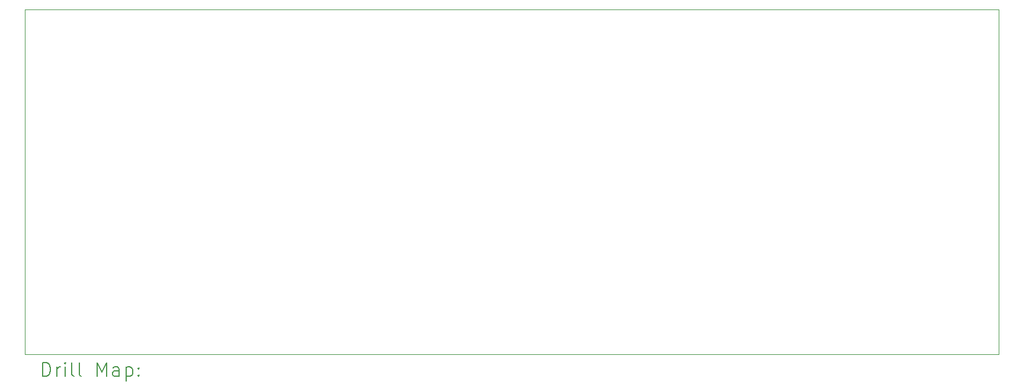
<source format=gbr>
%TF.GenerationSoftware,KiCad,Pcbnew,7.0.7*%
%TF.CreationDate,2024-03-19T10:02:14+01:00*%
%TF.ProjectId,Poly_UA_controller_5enc_5sw,506f6c79-5f55-4415-9f63-6f6e74726f6c,rev?*%
%TF.SameCoordinates,Original*%
%TF.FileFunction,Drillmap*%
%TF.FilePolarity,Positive*%
%FSLAX45Y45*%
G04 Gerber Fmt 4.5, Leading zero omitted, Abs format (unit mm)*
G04 Created by KiCad (PCBNEW 7.0.7) date 2024-03-19 10:02:14*
%MOMM*%
%LPD*%
G01*
G04 APERTURE LIST*
%ADD10C,0.100000*%
%ADD11C,0.200000*%
G04 APERTURE END LIST*
D10*
X11403160Y-1493520D02*
X25322360Y-1493520D01*
X25322360Y-6418580D01*
X11403160Y-6418580D01*
X11403160Y-1493520D01*
D11*
X11658937Y-6735064D02*
X11658937Y-6535064D01*
X11658937Y-6535064D02*
X11706556Y-6535064D01*
X11706556Y-6535064D02*
X11735127Y-6544588D01*
X11735127Y-6544588D02*
X11754175Y-6563635D01*
X11754175Y-6563635D02*
X11763699Y-6582683D01*
X11763699Y-6582683D02*
X11773222Y-6620778D01*
X11773222Y-6620778D02*
X11773222Y-6649349D01*
X11773222Y-6649349D02*
X11763699Y-6687445D01*
X11763699Y-6687445D02*
X11754175Y-6706492D01*
X11754175Y-6706492D02*
X11735127Y-6725540D01*
X11735127Y-6725540D02*
X11706556Y-6735064D01*
X11706556Y-6735064D02*
X11658937Y-6735064D01*
X11858937Y-6735064D02*
X11858937Y-6601730D01*
X11858937Y-6639826D02*
X11868461Y-6620778D01*
X11868461Y-6620778D02*
X11877984Y-6611254D01*
X11877984Y-6611254D02*
X11897032Y-6601730D01*
X11897032Y-6601730D02*
X11916080Y-6601730D01*
X11982746Y-6735064D02*
X11982746Y-6601730D01*
X11982746Y-6535064D02*
X11973222Y-6544588D01*
X11973222Y-6544588D02*
X11982746Y-6554111D01*
X11982746Y-6554111D02*
X11992270Y-6544588D01*
X11992270Y-6544588D02*
X11982746Y-6535064D01*
X11982746Y-6535064D02*
X11982746Y-6554111D01*
X12106556Y-6735064D02*
X12087508Y-6725540D01*
X12087508Y-6725540D02*
X12077984Y-6706492D01*
X12077984Y-6706492D02*
X12077984Y-6535064D01*
X12211318Y-6735064D02*
X12192270Y-6725540D01*
X12192270Y-6725540D02*
X12182746Y-6706492D01*
X12182746Y-6706492D02*
X12182746Y-6535064D01*
X12439889Y-6735064D02*
X12439889Y-6535064D01*
X12439889Y-6535064D02*
X12506556Y-6677921D01*
X12506556Y-6677921D02*
X12573222Y-6535064D01*
X12573222Y-6535064D02*
X12573222Y-6735064D01*
X12754175Y-6735064D02*
X12754175Y-6630302D01*
X12754175Y-6630302D02*
X12744651Y-6611254D01*
X12744651Y-6611254D02*
X12725603Y-6601730D01*
X12725603Y-6601730D02*
X12687508Y-6601730D01*
X12687508Y-6601730D02*
X12668461Y-6611254D01*
X12754175Y-6725540D02*
X12735127Y-6735064D01*
X12735127Y-6735064D02*
X12687508Y-6735064D01*
X12687508Y-6735064D02*
X12668461Y-6725540D01*
X12668461Y-6725540D02*
X12658937Y-6706492D01*
X12658937Y-6706492D02*
X12658937Y-6687445D01*
X12658937Y-6687445D02*
X12668461Y-6668397D01*
X12668461Y-6668397D02*
X12687508Y-6658873D01*
X12687508Y-6658873D02*
X12735127Y-6658873D01*
X12735127Y-6658873D02*
X12754175Y-6649349D01*
X12849413Y-6601730D02*
X12849413Y-6801730D01*
X12849413Y-6611254D02*
X12868461Y-6601730D01*
X12868461Y-6601730D02*
X12906556Y-6601730D01*
X12906556Y-6601730D02*
X12925603Y-6611254D01*
X12925603Y-6611254D02*
X12935127Y-6620778D01*
X12935127Y-6620778D02*
X12944651Y-6639826D01*
X12944651Y-6639826D02*
X12944651Y-6696968D01*
X12944651Y-6696968D02*
X12935127Y-6716016D01*
X12935127Y-6716016D02*
X12925603Y-6725540D01*
X12925603Y-6725540D02*
X12906556Y-6735064D01*
X12906556Y-6735064D02*
X12868461Y-6735064D01*
X12868461Y-6735064D02*
X12849413Y-6725540D01*
X13030365Y-6716016D02*
X13039889Y-6725540D01*
X13039889Y-6725540D02*
X13030365Y-6735064D01*
X13030365Y-6735064D02*
X13020842Y-6725540D01*
X13020842Y-6725540D02*
X13030365Y-6716016D01*
X13030365Y-6716016D02*
X13030365Y-6735064D01*
X13030365Y-6611254D02*
X13039889Y-6620778D01*
X13039889Y-6620778D02*
X13030365Y-6630302D01*
X13030365Y-6630302D02*
X13020842Y-6620778D01*
X13020842Y-6620778D02*
X13030365Y-6611254D01*
X13030365Y-6611254D02*
X13030365Y-6630302D01*
M02*

</source>
